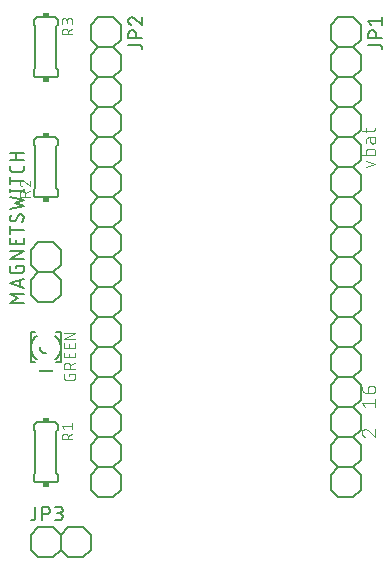
<source format=gbr>
G04 EAGLE Gerber X2 export*
%TF.Part,Single*%
%TF.FileFunction,Legend,Top,1*%
%TF.FilePolarity,Positive*%
%TF.GenerationSoftware,Autodesk,EAGLE,8.7.1*%
%TF.CreationDate,2019-01-27T12:14:56Z*%
G75*
%MOMM*%
%FSLAX34Y34*%
%LPD*%
%AMOC8*
5,1,8,0,0,1.08239X$1,22.5*%
G01*
%ADD10C,0.101600*%
%ADD11C,0.152400*%
%ADD12R,1.270000X0.127000*%
%ADD13C,0.127000*%
%ADD14R,0.508000X0.381000*%


D10*
X906103Y737108D02*
X913892Y739704D01*
X906103Y742301D01*
X902208Y747073D02*
X913892Y747073D01*
X913892Y750318D01*
X913890Y750405D01*
X913884Y750493D01*
X913874Y750579D01*
X913861Y750666D01*
X913843Y750751D01*
X913822Y750836D01*
X913797Y750920D01*
X913768Y751002D01*
X913735Y751083D01*
X913699Y751163D01*
X913660Y751241D01*
X913616Y751317D01*
X913570Y751391D01*
X913520Y751462D01*
X913467Y751532D01*
X913411Y751599D01*
X913352Y751663D01*
X913290Y751725D01*
X913226Y751784D01*
X913159Y751840D01*
X913089Y751893D01*
X913018Y751943D01*
X912944Y751989D01*
X912868Y752033D01*
X912790Y752072D01*
X912710Y752108D01*
X912629Y752141D01*
X912547Y752170D01*
X912463Y752195D01*
X912378Y752216D01*
X912293Y752234D01*
X912206Y752247D01*
X912120Y752257D01*
X912032Y752263D01*
X911945Y752265D01*
X911945Y752266D02*
X908050Y752266D01*
X908050Y752265D02*
X907963Y752263D01*
X907875Y752257D01*
X907789Y752247D01*
X907702Y752234D01*
X907617Y752216D01*
X907532Y752195D01*
X907448Y752170D01*
X907366Y752141D01*
X907285Y752108D01*
X907205Y752072D01*
X907127Y752033D01*
X907051Y751989D01*
X906977Y751943D01*
X906906Y751893D01*
X906836Y751840D01*
X906769Y751784D01*
X906705Y751725D01*
X906643Y751663D01*
X906584Y751599D01*
X906528Y751532D01*
X906475Y751462D01*
X906425Y751391D01*
X906379Y751317D01*
X906335Y751241D01*
X906296Y751163D01*
X906260Y751083D01*
X906227Y751002D01*
X906198Y750920D01*
X906173Y750836D01*
X906152Y750751D01*
X906134Y750666D01*
X906121Y750579D01*
X906111Y750493D01*
X906105Y750405D01*
X906103Y750318D01*
X906103Y747073D01*
X909348Y759133D02*
X909348Y762054D01*
X909348Y759133D02*
X909350Y759039D01*
X909356Y758945D01*
X909365Y758852D01*
X909379Y758759D01*
X909396Y758667D01*
X909418Y758575D01*
X909442Y758485D01*
X909471Y758395D01*
X909503Y758307D01*
X909539Y758220D01*
X909579Y758135D01*
X909622Y758052D01*
X909668Y757970D01*
X909718Y757890D01*
X909771Y757813D01*
X909827Y757738D01*
X909886Y757665D01*
X909948Y757594D01*
X910013Y757526D01*
X910081Y757461D01*
X910152Y757399D01*
X910225Y757340D01*
X910300Y757284D01*
X910377Y757231D01*
X910457Y757181D01*
X910539Y757135D01*
X910622Y757092D01*
X910707Y757052D01*
X910794Y757016D01*
X910882Y756984D01*
X910972Y756955D01*
X911062Y756931D01*
X911154Y756909D01*
X911246Y756892D01*
X911339Y756878D01*
X911432Y756869D01*
X911526Y756863D01*
X911620Y756861D01*
X911714Y756863D01*
X911808Y756869D01*
X911901Y756878D01*
X911994Y756892D01*
X912086Y756909D01*
X912178Y756931D01*
X912268Y756955D01*
X912358Y756984D01*
X912446Y757016D01*
X912533Y757052D01*
X912618Y757092D01*
X912701Y757135D01*
X912783Y757181D01*
X912863Y757231D01*
X912940Y757284D01*
X913015Y757340D01*
X913088Y757399D01*
X913159Y757461D01*
X913227Y757526D01*
X913292Y757594D01*
X913354Y757665D01*
X913413Y757738D01*
X913469Y757813D01*
X913522Y757890D01*
X913572Y757970D01*
X913618Y758052D01*
X913661Y758135D01*
X913701Y758220D01*
X913737Y758307D01*
X913769Y758395D01*
X913798Y758485D01*
X913822Y758575D01*
X913844Y758667D01*
X913861Y758759D01*
X913875Y758852D01*
X913884Y758945D01*
X913890Y759039D01*
X913892Y759133D01*
X913892Y762054D01*
X908050Y762054D01*
X907963Y762052D01*
X907875Y762046D01*
X907789Y762036D01*
X907702Y762023D01*
X907617Y762005D01*
X907532Y761984D01*
X907448Y761959D01*
X907366Y761930D01*
X907285Y761897D01*
X907205Y761861D01*
X907127Y761822D01*
X907051Y761778D01*
X906977Y761732D01*
X906906Y761682D01*
X906836Y761629D01*
X906769Y761573D01*
X906705Y761514D01*
X906643Y761452D01*
X906584Y761388D01*
X906528Y761321D01*
X906475Y761251D01*
X906425Y761180D01*
X906379Y761106D01*
X906335Y761030D01*
X906296Y760952D01*
X906260Y760872D01*
X906227Y760791D01*
X906198Y760709D01*
X906173Y760625D01*
X906152Y760540D01*
X906134Y760455D01*
X906121Y760368D01*
X906111Y760282D01*
X906105Y760194D01*
X906103Y760107D01*
X906103Y757510D01*
X906103Y766240D02*
X906103Y770134D01*
X902208Y767538D02*
X911945Y767538D01*
X912032Y767540D01*
X912120Y767546D01*
X912206Y767556D01*
X912293Y767569D01*
X912378Y767587D01*
X912463Y767608D01*
X912547Y767633D01*
X912629Y767662D01*
X912710Y767695D01*
X912790Y767731D01*
X912868Y767770D01*
X912944Y767814D01*
X913018Y767860D01*
X913089Y767910D01*
X913159Y767963D01*
X913226Y768019D01*
X913290Y768078D01*
X913352Y768140D01*
X913411Y768204D01*
X913467Y768271D01*
X913520Y768341D01*
X913570Y768412D01*
X913616Y768486D01*
X913660Y768562D01*
X913699Y768640D01*
X913735Y768720D01*
X913768Y768801D01*
X913797Y768883D01*
X913822Y768967D01*
X913843Y769052D01*
X913861Y769137D01*
X913874Y769224D01*
X913884Y769310D01*
X913890Y769398D01*
X913892Y769485D01*
X913892Y770134D01*
X902208Y537154D02*
X904804Y533908D01*
X902208Y537154D02*
X913892Y537154D01*
X913892Y540399D02*
X913892Y533908D01*
X907401Y545338D02*
X907401Y549233D01*
X907403Y549332D01*
X907409Y549432D01*
X907418Y549531D01*
X907431Y549629D01*
X907448Y549727D01*
X907469Y549825D01*
X907494Y549921D01*
X907522Y550016D01*
X907554Y550110D01*
X907589Y550203D01*
X907628Y550295D01*
X907671Y550385D01*
X907716Y550473D01*
X907766Y550560D01*
X907818Y550644D01*
X907874Y550727D01*
X907932Y550807D01*
X907994Y550885D01*
X908059Y550960D01*
X908127Y551033D01*
X908197Y551103D01*
X908270Y551171D01*
X908345Y551236D01*
X908423Y551298D01*
X908503Y551356D01*
X908586Y551412D01*
X908670Y551464D01*
X908757Y551514D01*
X908845Y551559D01*
X908935Y551602D01*
X909027Y551641D01*
X909120Y551676D01*
X909214Y551708D01*
X909309Y551736D01*
X909405Y551761D01*
X909503Y551782D01*
X909601Y551799D01*
X909699Y551812D01*
X909798Y551821D01*
X909898Y551827D01*
X909997Y551829D01*
X910646Y551829D01*
X910646Y551830D02*
X910759Y551828D01*
X910872Y551822D01*
X910985Y551812D01*
X911098Y551798D01*
X911210Y551781D01*
X911321Y551759D01*
X911431Y551734D01*
X911541Y551704D01*
X911649Y551671D01*
X911756Y551634D01*
X911862Y551594D01*
X911966Y551549D01*
X912069Y551501D01*
X912170Y551450D01*
X912269Y551395D01*
X912366Y551337D01*
X912461Y551275D01*
X912554Y551210D01*
X912644Y551142D01*
X912732Y551071D01*
X912818Y550996D01*
X912901Y550919D01*
X912981Y550839D01*
X913058Y550756D01*
X913133Y550670D01*
X913204Y550582D01*
X913272Y550492D01*
X913337Y550399D01*
X913399Y550304D01*
X913457Y550207D01*
X913512Y550108D01*
X913563Y550007D01*
X913611Y549904D01*
X913656Y549800D01*
X913696Y549694D01*
X913733Y549587D01*
X913766Y549479D01*
X913796Y549369D01*
X913821Y549259D01*
X913843Y549148D01*
X913860Y549036D01*
X913874Y548923D01*
X913884Y548810D01*
X913890Y548697D01*
X913892Y548584D01*
X913890Y548471D01*
X913884Y548358D01*
X913874Y548245D01*
X913860Y548132D01*
X913843Y548020D01*
X913821Y547909D01*
X913796Y547799D01*
X913766Y547689D01*
X913733Y547581D01*
X913696Y547474D01*
X913656Y547368D01*
X913611Y547264D01*
X913563Y547161D01*
X913512Y547060D01*
X913457Y546961D01*
X913399Y546864D01*
X913337Y546769D01*
X913272Y546676D01*
X913204Y546586D01*
X913133Y546498D01*
X913058Y546412D01*
X912981Y546329D01*
X912901Y546249D01*
X912818Y546172D01*
X912732Y546097D01*
X912644Y546026D01*
X912554Y545958D01*
X912461Y545893D01*
X912366Y545831D01*
X912269Y545773D01*
X912170Y545718D01*
X912069Y545667D01*
X911966Y545619D01*
X911862Y545574D01*
X911756Y545534D01*
X911649Y545497D01*
X911541Y545464D01*
X911431Y545434D01*
X911321Y545409D01*
X911210Y545387D01*
X911098Y545370D01*
X910985Y545356D01*
X910872Y545346D01*
X910759Y545340D01*
X910646Y545338D01*
X907401Y545338D01*
X907258Y545340D01*
X907115Y545346D01*
X906972Y545356D01*
X906830Y545370D01*
X906688Y545387D01*
X906546Y545409D01*
X906405Y545434D01*
X906265Y545464D01*
X906126Y545497D01*
X905988Y545534D01*
X905851Y545575D01*
X905715Y545619D01*
X905580Y545668D01*
X905447Y545720D01*
X905315Y545775D01*
X905185Y545835D01*
X905056Y545898D01*
X904929Y545964D01*
X904805Y546034D01*
X904682Y546107D01*
X904561Y546184D01*
X904442Y546263D01*
X904326Y546347D01*
X904211Y546433D01*
X904100Y546522D01*
X903991Y546615D01*
X903884Y546710D01*
X903780Y546809D01*
X903679Y546910D01*
X903580Y547014D01*
X903485Y547120D01*
X903392Y547230D01*
X903303Y547341D01*
X903217Y547455D01*
X903134Y547572D01*
X903054Y547691D01*
X902977Y547812D01*
X902904Y547934D01*
X902834Y548059D01*
X902768Y548186D01*
X902705Y548315D01*
X902645Y548445D01*
X902590Y548577D01*
X902538Y548710D01*
X902489Y548845D01*
X902445Y548981D01*
X902404Y549118D01*
X902367Y549256D01*
X902334Y549395D01*
X902304Y549535D01*
X902279Y549676D01*
X902257Y549818D01*
X902240Y549960D01*
X902226Y550102D01*
X902216Y550245D01*
X902210Y550388D01*
X902208Y550531D01*
X905129Y514999D02*
X905022Y514997D01*
X904916Y514991D01*
X904810Y514981D01*
X904704Y514968D01*
X904598Y514950D01*
X904494Y514929D01*
X904390Y514904D01*
X904287Y514875D01*
X904186Y514843D01*
X904086Y514806D01*
X903987Y514766D01*
X903889Y514723D01*
X903793Y514676D01*
X903699Y514625D01*
X903607Y514571D01*
X903517Y514514D01*
X903429Y514454D01*
X903344Y514390D01*
X903261Y514323D01*
X903180Y514253D01*
X903102Y514181D01*
X903026Y514105D01*
X902954Y514027D01*
X902884Y513946D01*
X902817Y513863D01*
X902753Y513778D01*
X902693Y513690D01*
X902636Y513600D01*
X902582Y513508D01*
X902531Y513414D01*
X902484Y513318D01*
X902441Y513220D01*
X902401Y513121D01*
X902364Y513021D01*
X902332Y512920D01*
X902303Y512817D01*
X902278Y512713D01*
X902257Y512609D01*
X902239Y512503D01*
X902226Y512397D01*
X902216Y512291D01*
X902210Y512185D01*
X902208Y512078D01*
X902210Y511957D01*
X902216Y511836D01*
X902226Y511716D01*
X902239Y511595D01*
X902257Y511476D01*
X902278Y511356D01*
X902303Y511238D01*
X902332Y511121D01*
X902365Y511004D01*
X902401Y510889D01*
X902442Y510775D01*
X902485Y510662D01*
X902533Y510550D01*
X902584Y510441D01*
X902639Y510333D01*
X902697Y510226D01*
X902758Y510122D01*
X902823Y510020D01*
X902891Y509920D01*
X902962Y509822D01*
X903036Y509726D01*
X903113Y509633D01*
X903194Y509543D01*
X903277Y509455D01*
X903363Y509370D01*
X903452Y509287D01*
X903543Y509208D01*
X903637Y509131D01*
X903733Y509058D01*
X903831Y508988D01*
X903932Y508921D01*
X904035Y508857D01*
X904140Y508797D01*
X904247Y508739D01*
X904355Y508686D01*
X904465Y508636D01*
X904577Y508590D01*
X904690Y508547D01*
X904805Y508508D01*
X907401Y514025D02*
X907323Y514104D01*
X907243Y514180D01*
X907160Y514253D01*
X907074Y514323D01*
X906987Y514390D01*
X906896Y514454D01*
X906804Y514514D01*
X906710Y514572D01*
X906613Y514626D01*
X906515Y514676D01*
X906415Y514723D01*
X906314Y514767D01*
X906211Y514807D01*
X906106Y514843D01*
X906001Y514875D01*
X905894Y514904D01*
X905787Y514929D01*
X905678Y514951D01*
X905569Y514968D01*
X905460Y514982D01*
X905350Y514991D01*
X905239Y514997D01*
X905129Y514999D01*
X907401Y514025D02*
X913892Y508508D01*
X913892Y514999D01*
D11*
X622300Y584200D02*
X622300Y596900D01*
X622300Y584200D02*
X622300Y571500D01*
X647700Y571500D02*
X647700Y584200D01*
X647700Y596900D01*
X626110Y571500D02*
X622300Y571500D01*
X643890Y571500D02*
X647700Y571500D01*
X647700Y596900D02*
X643890Y596900D01*
X626110Y596900D02*
X622300Y596900D01*
X647700Y584200D02*
X647696Y583893D01*
X647685Y583585D01*
X647667Y583278D01*
X647640Y582972D01*
X647607Y582666D01*
X647566Y582361D01*
X647518Y582058D01*
X647462Y581755D01*
X647400Y581454D01*
X647329Y581155D01*
X647252Y580857D01*
X647168Y580561D01*
X647076Y580268D01*
X646977Y579976D01*
X646871Y579688D01*
X646759Y579402D01*
X646639Y579118D01*
X646512Y578838D01*
X646379Y578561D01*
X646239Y578287D01*
X646093Y578016D01*
X645940Y577750D01*
X645780Y577487D01*
X645615Y577227D01*
X645443Y576972D01*
X645265Y576722D01*
X645081Y576475D01*
X644891Y576233D01*
X644695Y575996D01*
X644493Y575764D01*
X644286Y575537D01*
X644074Y575314D01*
X643856Y575097D01*
X643633Y574885D01*
X643405Y574679D01*
X643172Y574478D01*
X642934Y574283D01*
X647700Y584200D02*
X647696Y584507D01*
X647685Y584815D01*
X647667Y585122D01*
X647640Y585428D01*
X647607Y585734D01*
X647566Y586039D01*
X647518Y586342D01*
X647462Y586645D01*
X647400Y586946D01*
X647329Y587245D01*
X647252Y587543D01*
X647168Y587839D01*
X647076Y588132D01*
X646977Y588424D01*
X646871Y588712D01*
X646759Y588998D01*
X646639Y589282D01*
X646512Y589562D01*
X646379Y589839D01*
X646239Y590113D01*
X646093Y590384D01*
X645940Y590650D01*
X645780Y590913D01*
X645615Y591173D01*
X645443Y591428D01*
X645265Y591678D01*
X645081Y591925D01*
X644891Y592167D01*
X644695Y592404D01*
X644493Y592636D01*
X644286Y592863D01*
X644074Y593086D01*
X643856Y593303D01*
X643633Y593515D01*
X643405Y593721D01*
X643172Y593922D01*
X642934Y594117D01*
X622300Y584200D02*
X622304Y583893D01*
X622315Y583585D01*
X622333Y583278D01*
X622360Y582972D01*
X622393Y582666D01*
X622434Y582361D01*
X622482Y582058D01*
X622538Y581755D01*
X622600Y581454D01*
X622671Y581155D01*
X622748Y580857D01*
X622832Y580561D01*
X622924Y580268D01*
X623023Y579976D01*
X623129Y579688D01*
X623241Y579402D01*
X623361Y579118D01*
X623488Y578838D01*
X623621Y578561D01*
X623761Y578287D01*
X623907Y578016D01*
X624060Y577750D01*
X624220Y577487D01*
X624385Y577227D01*
X624557Y576972D01*
X624735Y576722D01*
X624919Y576475D01*
X625109Y576233D01*
X625305Y575996D01*
X625507Y575764D01*
X625714Y575537D01*
X625926Y575314D01*
X626144Y575097D01*
X626367Y574885D01*
X626595Y574679D01*
X626828Y574478D01*
X627066Y574283D01*
X622300Y584200D02*
X622304Y584507D01*
X622315Y584815D01*
X622333Y585122D01*
X622360Y585428D01*
X622393Y585734D01*
X622434Y586039D01*
X622482Y586342D01*
X622538Y586645D01*
X622600Y586946D01*
X622671Y587245D01*
X622748Y587543D01*
X622832Y587839D01*
X622924Y588132D01*
X623023Y588424D01*
X623129Y588712D01*
X623241Y588998D01*
X623361Y589282D01*
X623488Y589562D01*
X623621Y589839D01*
X623761Y590113D01*
X623907Y590384D01*
X624060Y590650D01*
X624220Y590913D01*
X624385Y591173D01*
X624557Y591428D01*
X624735Y591678D01*
X624919Y591925D01*
X625109Y592167D01*
X625305Y592404D01*
X625507Y592636D01*
X625714Y592863D01*
X625926Y593086D01*
X626144Y593303D01*
X626367Y593515D01*
X626595Y593721D01*
X626828Y593922D01*
X627066Y594117D01*
X629920Y584200D02*
X629922Y584060D01*
X629928Y583920D01*
X629937Y583780D01*
X629951Y583641D01*
X629968Y583502D01*
X629989Y583364D01*
X630014Y583226D01*
X630043Y583089D01*
X630075Y582953D01*
X630112Y582818D01*
X630152Y582684D01*
X630195Y582551D01*
X630243Y582419D01*
X630293Y582288D01*
X630348Y582159D01*
X630406Y582032D01*
X630467Y581906D01*
X630532Y581782D01*
X630601Y581660D01*
X630672Y581540D01*
X630747Y581422D01*
X630825Y581305D01*
X630907Y581191D01*
X630991Y581080D01*
X631079Y580971D01*
X631169Y580864D01*
X631263Y580759D01*
X631359Y580658D01*
X631458Y580559D01*
X631559Y580463D01*
X631664Y580369D01*
X631771Y580279D01*
X631880Y580191D01*
X631991Y580107D01*
X632105Y580025D01*
X632222Y579947D01*
X632340Y579872D01*
X632460Y579801D01*
X632582Y579732D01*
X632706Y579667D01*
X632832Y579606D01*
X632959Y579548D01*
X633088Y579493D01*
X633219Y579443D01*
X633351Y579395D01*
X633484Y579352D01*
X633618Y579312D01*
X633753Y579275D01*
X633889Y579243D01*
X634026Y579214D01*
X634164Y579189D01*
X634302Y579168D01*
X634441Y579151D01*
X634580Y579137D01*
X634720Y579128D01*
X634860Y579122D01*
X635000Y579120D01*
D12*
X635000Y564515D03*
D10*
X654304Y561594D02*
X654304Y560070D01*
X654304Y561594D02*
X659384Y561594D01*
X659384Y558546D01*
X659382Y558457D01*
X659376Y558369D01*
X659367Y558281D01*
X659353Y558193D01*
X659336Y558106D01*
X659315Y558020D01*
X659290Y557935D01*
X659261Y557851D01*
X659229Y557768D01*
X659194Y557687D01*
X659154Y557608D01*
X659112Y557530D01*
X659066Y557454D01*
X659017Y557380D01*
X658964Y557309D01*
X658909Y557240D01*
X658850Y557173D01*
X658789Y557109D01*
X658725Y557048D01*
X658658Y556989D01*
X658589Y556934D01*
X658518Y556881D01*
X658444Y556832D01*
X658368Y556786D01*
X658290Y556744D01*
X658211Y556704D01*
X658130Y556669D01*
X658047Y556637D01*
X657963Y556608D01*
X657878Y556583D01*
X657792Y556562D01*
X657705Y556545D01*
X657617Y556531D01*
X657529Y556522D01*
X657441Y556516D01*
X657352Y556514D01*
X652272Y556514D01*
X652183Y556516D01*
X652095Y556522D01*
X652007Y556531D01*
X651919Y556545D01*
X651832Y556562D01*
X651746Y556583D01*
X651661Y556608D01*
X651577Y556637D01*
X651494Y556669D01*
X651413Y556704D01*
X651334Y556744D01*
X651256Y556786D01*
X651180Y556832D01*
X651106Y556881D01*
X651035Y556934D01*
X650966Y556989D01*
X650899Y557048D01*
X650835Y557109D01*
X650774Y557173D01*
X650715Y557240D01*
X650660Y557309D01*
X650607Y557380D01*
X650558Y557454D01*
X650512Y557530D01*
X650470Y557608D01*
X650430Y557687D01*
X650395Y557768D01*
X650363Y557851D01*
X650334Y557935D01*
X650309Y558020D01*
X650288Y558106D01*
X650271Y558193D01*
X650257Y558281D01*
X650248Y558369D01*
X650242Y558457D01*
X650240Y558546D01*
X650240Y561594D01*
X650240Y566334D02*
X659384Y566334D01*
X650240Y566334D02*
X650240Y568874D01*
X650242Y568974D01*
X650248Y569073D01*
X650258Y569173D01*
X650271Y569271D01*
X650289Y569370D01*
X650310Y569467D01*
X650335Y569563D01*
X650364Y569659D01*
X650397Y569753D01*
X650433Y569846D01*
X650473Y569937D01*
X650517Y570027D01*
X650564Y570115D01*
X650614Y570201D01*
X650668Y570285D01*
X650725Y570367D01*
X650785Y570446D01*
X650849Y570524D01*
X650915Y570598D01*
X650984Y570670D01*
X651056Y570739D01*
X651130Y570805D01*
X651208Y570869D01*
X651287Y570929D01*
X651369Y570986D01*
X651453Y571040D01*
X651539Y571090D01*
X651627Y571137D01*
X651717Y571181D01*
X651808Y571221D01*
X651901Y571257D01*
X651995Y571290D01*
X652091Y571319D01*
X652187Y571344D01*
X652284Y571365D01*
X652383Y571383D01*
X652481Y571396D01*
X652581Y571406D01*
X652680Y571412D01*
X652780Y571414D01*
X652880Y571412D01*
X652979Y571406D01*
X653079Y571396D01*
X653177Y571383D01*
X653276Y571365D01*
X653373Y571344D01*
X653469Y571319D01*
X653565Y571290D01*
X653659Y571257D01*
X653752Y571221D01*
X653843Y571181D01*
X653933Y571137D01*
X654021Y571090D01*
X654107Y571040D01*
X654191Y570986D01*
X654273Y570929D01*
X654352Y570869D01*
X654430Y570805D01*
X654504Y570739D01*
X654576Y570670D01*
X654645Y570598D01*
X654711Y570524D01*
X654775Y570446D01*
X654835Y570367D01*
X654892Y570285D01*
X654946Y570201D01*
X654996Y570115D01*
X655043Y570027D01*
X655087Y569937D01*
X655127Y569846D01*
X655163Y569753D01*
X655196Y569659D01*
X655225Y569563D01*
X655250Y569467D01*
X655271Y569370D01*
X655289Y569271D01*
X655302Y569173D01*
X655312Y569073D01*
X655318Y568974D01*
X655320Y568874D01*
X655320Y566334D01*
X655320Y569382D02*
X659384Y571414D01*
X659384Y575737D02*
X659384Y579801D01*
X659384Y575737D02*
X650240Y575737D01*
X650240Y579801D01*
X654304Y578785D02*
X654304Y575737D01*
X659384Y583662D02*
X659384Y587726D01*
X659384Y583662D02*
X650240Y583662D01*
X650240Y587726D01*
X654304Y586710D02*
X654304Y583662D01*
X650240Y591566D02*
X659384Y591566D01*
X659384Y596646D02*
X650240Y591566D01*
X650240Y596646D02*
X659384Y596646D01*
D11*
X895350Y508000D02*
X901700Y501650D01*
X901700Y488950D01*
X895350Y482600D01*
X882650Y482600D01*
X876300Y488950D01*
X876300Y501650D01*
X882650Y508000D01*
X901700Y539750D02*
X901700Y552450D01*
X901700Y539750D02*
X895350Y533400D01*
X882650Y533400D01*
X876300Y539750D01*
X895350Y533400D02*
X901700Y527050D01*
X901700Y514350D01*
X895350Y508000D01*
X882650Y508000D01*
X876300Y514350D01*
X876300Y527050D01*
X882650Y533400D01*
X901700Y577850D02*
X895350Y584200D01*
X901700Y577850D02*
X901700Y565150D01*
X895350Y558800D01*
X882650Y558800D01*
X876300Y565150D01*
X876300Y577850D01*
X882650Y584200D01*
X895350Y558800D02*
X901700Y552450D01*
X882650Y558800D02*
X876300Y552450D01*
X876300Y539750D01*
X901700Y615950D02*
X901700Y628650D01*
X901700Y615950D02*
X895350Y609600D01*
X882650Y609600D01*
X876300Y615950D01*
X895350Y609600D02*
X901700Y603250D01*
X901700Y590550D01*
X895350Y584200D01*
X882650Y584200D01*
X876300Y590550D01*
X876300Y603250D01*
X882650Y609600D01*
X901700Y654050D02*
X895350Y660400D01*
X901700Y654050D02*
X901700Y641350D01*
X895350Y635000D01*
X882650Y635000D01*
X876300Y641350D01*
X876300Y654050D01*
X882650Y660400D01*
X895350Y635000D02*
X901700Y628650D01*
X882650Y635000D02*
X876300Y628650D01*
X876300Y615950D01*
X901700Y692150D02*
X901700Y704850D01*
X901700Y692150D02*
X895350Y685800D01*
X882650Y685800D01*
X876300Y692150D01*
X895350Y685800D02*
X901700Y679450D01*
X901700Y666750D01*
X895350Y660400D01*
X882650Y660400D01*
X876300Y666750D01*
X876300Y679450D01*
X882650Y685800D01*
X901700Y730250D02*
X895350Y736600D01*
X901700Y730250D02*
X901700Y717550D01*
X895350Y711200D01*
X882650Y711200D01*
X876300Y717550D01*
X876300Y730250D01*
X882650Y736600D01*
X895350Y711200D02*
X901700Y704850D01*
X882650Y711200D02*
X876300Y704850D01*
X876300Y692150D01*
X901700Y768350D02*
X901700Y781050D01*
X901700Y768350D02*
X895350Y762000D01*
X882650Y762000D01*
X876300Y768350D01*
X895350Y762000D02*
X901700Y755650D01*
X901700Y742950D01*
X895350Y736600D01*
X882650Y736600D01*
X876300Y742950D01*
X876300Y755650D01*
X882650Y762000D01*
X901700Y806450D02*
X895350Y812800D01*
X901700Y806450D02*
X901700Y793750D01*
X895350Y787400D01*
X882650Y787400D01*
X876300Y793750D01*
X876300Y806450D01*
X882650Y812800D01*
X895350Y787400D02*
X901700Y781050D01*
X882650Y787400D02*
X876300Y781050D01*
X876300Y768350D01*
X901700Y844550D02*
X901700Y857250D01*
X901700Y844550D02*
X895350Y838200D01*
X882650Y838200D01*
X876300Y844550D01*
X895350Y838200D02*
X901700Y831850D01*
X901700Y819150D01*
X895350Y812800D01*
X882650Y812800D01*
X876300Y819150D01*
X876300Y831850D01*
X882650Y838200D01*
X882650Y863600D02*
X895350Y863600D01*
X901700Y857250D01*
X882650Y863600D02*
X876300Y857250D01*
X876300Y844550D01*
X895350Y482600D02*
X901700Y476250D01*
X901700Y463550D01*
X895350Y457200D01*
X882650Y457200D01*
X876300Y463550D01*
X876300Y476250D01*
X882650Y482600D01*
D13*
X907923Y840538D02*
X916813Y840538D01*
X916913Y840536D01*
X917012Y840530D01*
X917112Y840520D01*
X917210Y840507D01*
X917309Y840489D01*
X917406Y840468D01*
X917502Y840443D01*
X917598Y840414D01*
X917692Y840381D01*
X917785Y840345D01*
X917876Y840305D01*
X917966Y840261D01*
X918054Y840214D01*
X918140Y840164D01*
X918224Y840110D01*
X918306Y840053D01*
X918385Y839993D01*
X918463Y839929D01*
X918537Y839863D01*
X918609Y839794D01*
X918678Y839722D01*
X918744Y839648D01*
X918808Y839570D01*
X918868Y839491D01*
X918925Y839409D01*
X918979Y839325D01*
X919029Y839239D01*
X919076Y839151D01*
X919120Y839061D01*
X919160Y838970D01*
X919196Y838877D01*
X919229Y838783D01*
X919258Y838687D01*
X919283Y838591D01*
X919304Y838494D01*
X919322Y838395D01*
X919335Y838297D01*
X919345Y838197D01*
X919351Y838098D01*
X919353Y837998D01*
X919353Y836728D01*
X919353Y846519D02*
X907923Y846519D01*
X907923Y849694D01*
X907925Y849805D01*
X907931Y849915D01*
X907940Y850026D01*
X907954Y850136D01*
X907971Y850245D01*
X907992Y850354D01*
X908017Y850462D01*
X908046Y850569D01*
X908078Y850675D01*
X908114Y850780D01*
X908154Y850883D01*
X908197Y850985D01*
X908244Y851086D01*
X908295Y851185D01*
X908348Y851282D01*
X908405Y851376D01*
X908466Y851469D01*
X908529Y851560D01*
X908596Y851649D01*
X908666Y851735D01*
X908739Y851818D01*
X908814Y851900D01*
X908892Y851978D01*
X908974Y852053D01*
X909057Y852126D01*
X909143Y852196D01*
X909232Y852263D01*
X909323Y852326D01*
X909416Y852387D01*
X909511Y852444D01*
X909607Y852497D01*
X909706Y852548D01*
X909807Y852595D01*
X909909Y852638D01*
X910012Y852678D01*
X910117Y852714D01*
X910223Y852746D01*
X910330Y852775D01*
X910438Y852800D01*
X910547Y852821D01*
X910656Y852838D01*
X910766Y852852D01*
X910877Y852861D01*
X910987Y852867D01*
X911098Y852869D01*
X911209Y852867D01*
X911319Y852861D01*
X911430Y852852D01*
X911540Y852838D01*
X911649Y852821D01*
X911758Y852800D01*
X911866Y852775D01*
X911973Y852746D01*
X912079Y852714D01*
X912184Y852678D01*
X912287Y852638D01*
X912389Y852595D01*
X912490Y852548D01*
X912589Y852497D01*
X912686Y852444D01*
X912780Y852387D01*
X912873Y852326D01*
X912964Y852263D01*
X913053Y852196D01*
X913139Y852126D01*
X913222Y852053D01*
X913304Y851978D01*
X913382Y851900D01*
X913457Y851818D01*
X913530Y851735D01*
X913600Y851649D01*
X913667Y851560D01*
X913730Y851469D01*
X913791Y851376D01*
X913848Y851282D01*
X913901Y851185D01*
X913952Y851086D01*
X913999Y850985D01*
X914042Y850883D01*
X914082Y850780D01*
X914118Y850675D01*
X914150Y850569D01*
X914179Y850462D01*
X914204Y850354D01*
X914225Y850245D01*
X914242Y850136D01*
X914256Y850026D01*
X914265Y849915D01*
X914271Y849805D01*
X914273Y849694D01*
X914273Y846519D01*
X910463Y857377D02*
X907923Y860552D01*
X919353Y860552D01*
X919353Y857377D02*
X919353Y863727D01*
D11*
X692150Y508000D02*
X698500Y501650D01*
X698500Y488950D01*
X692150Y482600D01*
X679450Y482600D01*
X673100Y488950D01*
X673100Y501650D01*
X679450Y508000D01*
X698500Y539750D02*
X698500Y552450D01*
X698500Y539750D02*
X692150Y533400D01*
X679450Y533400D01*
X673100Y539750D01*
X692150Y533400D02*
X698500Y527050D01*
X698500Y514350D01*
X692150Y508000D01*
X679450Y508000D01*
X673100Y514350D01*
X673100Y527050D01*
X679450Y533400D01*
X698500Y577850D02*
X692150Y584200D01*
X698500Y577850D02*
X698500Y565150D01*
X692150Y558800D01*
X679450Y558800D01*
X673100Y565150D01*
X673100Y577850D01*
X679450Y584200D01*
X692150Y558800D02*
X698500Y552450D01*
X679450Y558800D02*
X673100Y552450D01*
X673100Y539750D01*
X698500Y615950D02*
X698500Y628650D01*
X698500Y615950D02*
X692150Y609600D01*
X679450Y609600D01*
X673100Y615950D01*
X692150Y609600D02*
X698500Y603250D01*
X698500Y590550D01*
X692150Y584200D01*
X679450Y584200D01*
X673100Y590550D01*
X673100Y603250D01*
X679450Y609600D01*
X698500Y654050D02*
X692150Y660400D01*
X698500Y654050D02*
X698500Y641350D01*
X692150Y635000D01*
X679450Y635000D01*
X673100Y641350D01*
X673100Y654050D01*
X679450Y660400D01*
X692150Y635000D02*
X698500Y628650D01*
X679450Y635000D02*
X673100Y628650D01*
X673100Y615950D01*
X698500Y692150D02*
X698500Y704850D01*
X698500Y692150D02*
X692150Y685800D01*
X679450Y685800D01*
X673100Y692150D01*
X692150Y685800D02*
X698500Y679450D01*
X698500Y666750D01*
X692150Y660400D01*
X679450Y660400D01*
X673100Y666750D01*
X673100Y679450D01*
X679450Y685800D01*
X698500Y730250D02*
X692150Y736600D01*
X698500Y730250D02*
X698500Y717550D01*
X692150Y711200D01*
X679450Y711200D01*
X673100Y717550D01*
X673100Y730250D01*
X679450Y736600D01*
X692150Y711200D02*
X698500Y704850D01*
X679450Y711200D02*
X673100Y704850D01*
X673100Y692150D01*
X698500Y768350D02*
X698500Y781050D01*
X698500Y768350D02*
X692150Y762000D01*
X679450Y762000D01*
X673100Y768350D01*
X692150Y762000D02*
X698500Y755650D01*
X698500Y742950D01*
X692150Y736600D01*
X679450Y736600D01*
X673100Y742950D01*
X673100Y755650D01*
X679450Y762000D01*
X698500Y806450D02*
X692150Y812800D01*
X698500Y806450D02*
X698500Y793750D01*
X692150Y787400D01*
X679450Y787400D01*
X673100Y793750D01*
X673100Y806450D01*
X679450Y812800D01*
X692150Y787400D02*
X698500Y781050D01*
X679450Y787400D02*
X673100Y781050D01*
X673100Y768350D01*
X698500Y844550D02*
X698500Y857250D01*
X698500Y844550D02*
X692150Y838200D01*
X679450Y838200D01*
X673100Y844550D01*
X692150Y838200D02*
X698500Y831850D01*
X698500Y819150D01*
X692150Y812800D01*
X679450Y812800D01*
X673100Y819150D01*
X673100Y831850D01*
X679450Y838200D01*
X679450Y863600D02*
X692150Y863600D01*
X698500Y857250D01*
X679450Y863600D02*
X673100Y857250D01*
X673100Y844550D01*
X692150Y482600D02*
X698500Y476250D01*
X698500Y463550D01*
X692150Y457200D01*
X679450Y457200D01*
X673100Y463550D01*
X673100Y476250D01*
X679450Y482600D01*
D13*
X704723Y840538D02*
X713613Y840538D01*
X713713Y840536D01*
X713812Y840530D01*
X713912Y840520D01*
X714010Y840507D01*
X714109Y840489D01*
X714206Y840468D01*
X714302Y840443D01*
X714398Y840414D01*
X714492Y840381D01*
X714585Y840345D01*
X714676Y840305D01*
X714766Y840261D01*
X714854Y840214D01*
X714940Y840164D01*
X715024Y840110D01*
X715106Y840053D01*
X715185Y839993D01*
X715263Y839929D01*
X715337Y839863D01*
X715409Y839794D01*
X715478Y839722D01*
X715544Y839648D01*
X715608Y839570D01*
X715668Y839491D01*
X715725Y839409D01*
X715779Y839325D01*
X715829Y839239D01*
X715876Y839151D01*
X715920Y839061D01*
X715960Y838970D01*
X715996Y838877D01*
X716029Y838783D01*
X716058Y838687D01*
X716083Y838591D01*
X716104Y838494D01*
X716122Y838395D01*
X716135Y838297D01*
X716145Y838197D01*
X716151Y838098D01*
X716153Y837998D01*
X716153Y836728D01*
X716153Y846519D02*
X704723Y846519D01*
X704723Y849694D01*
X704725Y849805D01*
X704731Y849915D01*
X704740Y850026D01*
X704754Y850136D01*
X704771Y850245D01*
X704792Y850354D01*
X704817Y850462D01*
X704846Y850569D01*
X704878Y850675D01*
X704914Y850780D01*
X704954Y850883D01*
X704997Y850985D01*
X705044Y851086D01*
X705095Y851185D01*
X705148Y851282D01*
X705205Y851376D01*
X705266Y851469D01*
X705329Y851560D01*
X705396Y851649D01*
X705466Y851735D01*
X705539Y851818D01*
X705614Y851900D01*
X705692Y851978D01*
X705774Y852053D01*
X705857Y852126D01*
X705943Y852196D01*
X706032Y852263D01*
X706123Y852326D01*
X706216Y852387D01*
X706311Y852444D01*
X706407Y852497D01*
X706506Y852548D01*
X706607Y852595D01*
X706709Y852638D01*
X706812Y852678D01*
X706917Y852714D01*
X707023Y852746D01*
X707130Y852775D01*
X707238Y852800D01*
X707347Y852821D01*
X707456Y852838D01*
X707566Y852852D01*
X707677Y852861D01*
X707787Y852867D01*
X707898Y852869D01*
X708009Y852867D01*
X708119Y852861D01*
X708230Y852852D01*
X708340Y852838D01*
X708449Y852821D01*
X708558Y852800D01*
X708666Y852775D01*
X708773Y852746D01*
X708879Y852714D01*
X708984Y852678D01*
X709087Y852638D01*
X709189Y852595D01*
X709290Y852548D01*
X709389Y852497D01*
X709486Y852444D01*
X709580Y852387D01*
X709673Y852326D01*
X709764Y852263D01*
X709853Y852196D01*
X709939Y852126D01*
X710022Y852053D01*
X710104Y851978D01*
X710182Y851900D01*
X710257Y851818D01*
X710330Y851735D01*
X710400Y851649D01*
X710467Y851560D01*
X710530Y851469D01*
X710591Y851376D01*
X710648Y851282D01*
X710701Y851185D01*
X710752Y851086D01*
X710799Y850985D01*
X710842Y850883D01*
X710882Y850780D01*
X710918Y850675D01*
X710950Y850569D01*
X710979Y850462D01*
X711004Y850354D01*
X711025Y850245D01*
X711042Y850136D01*
X711056Y850026D01*
X711065Y849915D01*
X711071Y849805D01*
X711073Y849694D01*
X711073Y846519D01*
X704723Y860870D02*
X704725Y860974D01*
X704731Y861079D01*
X704740Y861183D01*
X704753Y861286D01*
X704771Y861389D01*
X704791Y861491D01*
X704816Y861593D01*
X704844Y861693D01*
X704876Y861793D01*
X704912Y861891D01*
X704951Y861988D01*
X704993Y862083D01*
X705039Y862177D01*
X705089Y862269D01*
X705141Y862359D01*
X705197Y862447D01*
X705257Y862533D01*
X705319Y862617D01*
X705384Y862698D01*
X705452Y862777D01*
X705524Y862854D01*
X705597Y862927D01*
X705674Y862999D01*
X705753Y863067D01*
X705834Y863132D01*
X705918Y863194D01*
X706004Y863254D01*
X706092Y863310D01*
X706182Y863362D01*
X706274Y863412D01*
X706368Y863458D01*
X706463Y863500D01*
X706560Y863539D01*
X706658Y863575D01*
X706758Y863607D01*
X706858Y863635D01*
X706960Y863660D01*
X707062Y863680D01*
X707165Y863698D01*
X707268Y863711D01*
X707372Y863720D01*
X707477Y863726D01*
X707581Y863728D01*
X704723Y860870D02*
X704725Y860752D01*
X704731Y860633D01*
X704740Y860515D01*
X704753Y860398D01*
X704771Y860281D01*
X704791Y860164D01*
X704816Y860048D01*
X704844Y859933D01*
X704877Y859820D01*
X704912Y859707D01*
X704952Y859595D01*
X704994Y859485D01*
X705041Y859376D01*
X705091Y859268D01*
X705144Y859163D01*
X705201Y859059D01*
X705261Y858957D01*
X705324Y858857D01*
X705391Y858759D01*
X705460Y858663D01*
X705533Y858570D01*
X705609Y858479D01*
X705687Y858390D01*
X705769Y858304D01*
X705853Y858221D01*
X705939Y858140D01*
X706029Y858063D01*
X706120Y857988D01*
X706214Y857916D01*
X706311Y857847D01*
X706409Y857782D01*
X706510Y857719D01*
X706613Y857660D01*
X706717Y857604D01*
X706823Y857552D01*
X706931Y857503D01*
X707040Y857458D01*
X707151Y857416D01*
X707263Y857378D01*
X709803Y862775D02*
X709728Y862851D01*
X709649Y862926D01*
X709568Y862997D01*
X709484Y863066D01*
X709398Y863131D01*
X709310Y863193D01*
X709220Y863253D01*
X709128Y863309D01*
X709033Y863362D01*
X708937Y863411D01*
X708839Y863457D01*
X708740Y863500D01*
X708639Y863539D01*
X708537Y863574D01*
X708434Y863606D01*
X708330Y863634D01*
X708225Y863659D01*
X708118Y863680D01*
X708012Y863697D01*
X707905Y863710D01*
X707797Y863719D01*
X707689Y863725D01*
X707581Y863727D01*
X709803Y862775D02*
X716153Y857377D01*
X716153Y863727D01*
D11*
X622300Y641350D02*
X622300Y628650D01*
X622300Y641350D02*
X628650Y647700D01*
X641350Y647700D01*
X647700Y641350D01*
X641350Y622300D02*
X628650Y622300D01*
X622300Y628650D01*
X641350Y622300D02*
X647700Y628650D01*
X647700Y641350D01*
X628650Y647700D02*
X622300Y654050D01*
X622300Y666750D01*
X628650Y673100D01*
X641350Y673100D01*
X647700Y666750D01*
X647700Y654050D01*
X641350Y647700D01*
D13*
X616077Y622173D02*
X604647Y622173D01*
X610997Y625983D01*
X604647Y629793D01*
X616077Y629793D01*
X616077Y634746D02*
X604647Y638556D01*
X616077Y642366D01*
X613220Y641414D02*
X613220Y635699D01*
X609727Y651637D02*
X609727Y653542D01*
X616077Y653542D01*
X616077Y649732D01*
X616075Y649632D01*
X616069Y649533D01*
X616059Y649433D01*
X616046Y649335D01*
X616028Y649236D01*
X616007Y649139D01*
X615982Y649043D01*
X615953Y648947D01*
X615920Y648853D01*
X615884Y648760D01*
X615844Y648669D01*
X615800Y648579D01*
X615753Y648491D01*
X615703Y648405D01*
X615649Y648321D01*
X615592Y648239D01*
X615532Y648160D01*
X615468Y648082D01*
X615402Y648008D01*
X615333Y647936D01*
X615261Y647867D01*
X615187Y647801D01*
X615109Y647737D01*
X615030Y647677D01*
X614948Y647620D01*
X614864Y647566D01*
X614778Y647516D01*
X614690Y647469D01*
X614600Y647425D01*
X614509Y647385D01*
X614416Y647349D01*
X614322Y647316D01*
X614226Y647287D01*
X614130Y647262D01*
X614033Y647241D01*
X613934Y647223D01*
X613836Y647210D01*
X613736Y647200D01*
X613637Y647194D01*
X613537Y647192D01*
X607187Y647192D01*
X607087Y647194D01*
X606988Y647200D01*
X606888Y647210D01*
X606790Y647223D01*
X606691Y647241D01*
X606594Y647262D01*
X606498Y647287D01*
X606402Y647316D01*
X606308Y647349D01*
X606215Y647385D01*
X606124Y647425D01*
X606034Y647469D01*
X605946Y647516D01*
X605860Y647566D01*
X605776Y647620D01*
X605694Y647677D01*
X605615Y647737D01*
X605537Y647801D01*
X605463Y647867D01*
X605391Y647936D01*
X605322Y648008D01*
X605256Y648082D01*
X605192Y648160D01*
X605132Y648239D01*
X605075Y648321D01*
X605021Y648405D01*
X604971Y648491D01*
X604924Y648579D01*
X604880Y648669D01*
X604840Y648760D01*
X604804Y648853D01*
X604771Y648947D01*
X604742Y649043D01*
X604717Y649139D01*
X604696Y649236D01*
X604678Y649335D01*
X604665Y649433D01*
X604655Y649533D01*
X604649Y649632D01*
X604647Y649732D01*
X604647Y653542D01*
X604647Y659384D02*
X616077Y659384D01*
X616077Y665734D02*
X604647Y659384D01*
X604647Y665734D02*
X616077Y665734D01*
X616077Y671601D02*
X616077Y676681D01*
X616077Y671601D02*
X604647Y671601D01*
X604647Y676681D01*
X609727Y675411D02*
X609727Y671601D01*
X604647Y683514D02*
X616077Y683514D01*
X604647Y680339D02*
X604647Y686689D01*
X613537Y696976D02*
X613637Y696974D01*
X613736Y696968D01*
X613836Y696958D01*
X613934Y696945D01*
X614033Y696927D01*
X614130Y696906D01*
X614226Y696881D01*
X614322Y696852D01*
X614416Y696819D01*
X614509Y696783D01*
X614600Y696743D01*
X614690Y696699D01*
X614778Y696652D01*
X614864Y696602D01*
X614948Y696548D01*
X615030Y696491D01*
X615109Y696431D01*
X615187Y696367D01*
X615261Y696301D01*
X615333Y696232D01*
X615402Y696160D01*
X615468Y696086D01*
X615532Y696008D01*
X615592Y695929D01*
X615649Y695847D01*
X615703Y695763D01*
X615753Y695677D01*
X615800Y695589D01*
X615844Y695499D01*
X615884Y695408D01*
X615920Y695315D01*
X615953Y695221D01*
X615982Y695125D01*
X616007Y695029D01*
X616028Y694932D01*
X616046Y694833D01*
X616059Y694735D01*
X616069Y694635D01*
X616075Y694536D01*
X616077Y694436D01*
X616075Y694295D01*
X616070Y694154D01*
X616060Y694013D01*
X616047Y693872D01*
X616031Y693732D01*
X616010Y693592D01*
X615986Y693453D01*
X615958Y693314D01*
X615927Y693177D01*
X615892Y693040D01*
X615854Y692904D01*
X615812Y692769D01*
X615766Y692636D01*
X615717Y692503D01*
X615664Y692372D01*
X615608Y692243D01*
X615549Y692114D01*
X615486Y691988D01*
X615420Y691863D01*
X615351Y691740D01*
X615278Y691619D01*
X615202Y691500D01*
X615123Y691382D01*
X615042Y691267D01*
X614957Y691155D01*
X614869Y691044D01*
X614778Y690936D01*
X614685Y690830D01*
X614588Y690727D01*
X614489Y690626D01*
X607187Y690943D02*
X607087Y690945D01*
X606988Y690951D01*
X606888Y690961D01*
X606790Y690974D01*
X606691Y690992D01*
X606594Y691013D01*
X606498Y691038D01*
X606402Y691067D01*
X606308Y691100D01*
X606215Y691136D01*
X606124Y691176D01*
X606034Y691220D01*
X605946Y691267D01*
X605860Y691317D01*
X605776Y691371D01*
X605694Y691428D01*
X605615Y691488D01*
X605537Y691552D01*
X605463Y691618D01*
X605391Y691687D01*
X605322Y691759D01*
X605256Y691833D01*
X605192Y691911D01*
X605132Y691990D01*
X605075Y692072D01*
X605021Y692156D01*
X604971Y692242D01*
X604924Y692330D01*
X604880Y692420D01*
X604840Y692511D01*
X604804Y692604D01*
X604771Y692698D01*
X604742Y692794D01*
X604717Y692890D01*
X604696Y692987D01*
X604678Y693086D01*
X604665Y693184D01*
X604655Y693284D01*
X604649Y693383D01*
X604647Y693483D01*
X604649Y693616D01*
X604654Y693749D01*
X604664Y693882D01*
X604677Y694015D01*
X604694Y694147D01*
X604714Y694279D01*
X604738Y694410D01*
X604766Y694540D01*
X604797Y694670D01*
X604832Y694798D01*
X604871Y694926D01*
X604913Y695052D01*
X604959Y695177D01*
X605008Y695301D01*
X605060Y695424D01*
X605116Y695545D01*
X605176Y695664D01*
X605238Y695782D01*
X605304Y695897D01*
X605373Y696011D01*
X605446Y696123D01*
X605521Y696233D01*
X605600Y696341D01*
X609410Y692213D02*
X609358Y692129D01*
X609303Y692046D01*
X609244Y691966D01*
X609183Y691888D01*
X609119Y691813D01*
X609051Y691740D01*
X608981Y691669D01*
X608909Y691602D01*
X608834Y691537D01*
X608756Y691475D01*
X608676Y691416D01*
X608594Y691360D01*
X608510Y691308D01*
X608424Y691259D01*
X608336Y691213D01*
X608246Y691170D01*
X608155Y691131D01*
X608062Y691096D01*
X607968Y691064D01*
X607873Y691036D01*
X607777Y691011D01*
X607680Y690991D01*
X607582Y690973D01*
X607484Y690960D01*
X607385Y690951D01*
X607286Y690945D01*
X607187Y690943D01*
X611314Y695706D02*
X611366Y695790D01*
X611421Y695873D01*
X611480Y695953D01*
X611541Y696031D01*
X611605Y696106D01*
X611673Y696179D01*
X611743Y696250D01*
X611815Y696317D01*
X611890Y696382D01*
X611968Y696444D01*
X612048Y696503D01*
X612130Y696559D01*
X612214Y696611D01*
X612300Y696660D01*
X612388Y696706D01*
X612478Y696749D01*
X612569Y696788D01*
X612662Y696823D01*
X612756Y696855D01*
X612851Y696883D01*
X612947Y696908D01*
X613044Y696928D01*
X613142Y696946D01*
X613240Y696959D01*
X613339Y696968D01*
X613438Y696974D01*
X613537Y696976D01*
X611315Y695706D02*
X609410Y692213D01*
X604647Y701294D02*
X616077Y703834D01*
X608457Y706374D01*
X616077Y708914D01*
X604647Y711454D01*
X604647Y717042D02*
X616077Y717042D01*
X616077Y715772D02*
X616077Y718312D01*
X604647Y718312D02*
X604647Y715772D01*
X604647Y725424D02*
X616077Y725424D01*
X604647Y722249D02*
X604647Y728599D01*
X616077Y735420D02*
X616077Y737960D01*
X616077Y735420D02*
X616075Y735320D01*
X616069Y735221D01*
X616059Y735121D01*
X616046Y735023D01*
X616028Y734924D01*
X616007Y734827D01*
X615982Y734731D01*
X615953Y734635D01*
X615920Y734541D01*
X615884Y734448D01*
X615844Y734357D01*
X615800Y734267D01*
X615753Y734179D01*
X615703Y734093D01*
X615649Y734009D01*
X615592Y733927D01*
X615532Y733848D01*
X615468Y733770D01*
X615402Y733696D01*
X615333Y733624D01*
X615261Y733555D01*
X615187Y733489D01*
X615109Y733425D01*
X615030Y733365D01*
X614948Y733308D01*
X614864Y733254D01*
X614778Y733204D01*
X614690Y733157D01*
X614600Y733113D01*
X614509Y733073D01*
X614416Y733037D01*
X614322Y733004D01*
X614226Y732975D01*
X614130Y732950D01*
X614033Y732929D01*
X613934Y732911D01*
X613836Y732898D01*
X613736Y732888D01*
X613637Y732882D01*
X613537Y732880D01*
X607187Y732880D01*
X607087Y732882D01*
X606988Y732888D01*
X606888Y732898D01*
X606790Y732911D01*
X606691Y732929D01*
X606594Y732950D01*
X606498Y732975D01*
X606402Y733004D01*
X606308Y733037D01*
X606215Y733073D01*
X606124Y733113D01*
X606034Y733157D01*
X605946Y733204D01*
X605860Y733254D01*
X605776Y733308D01*
X605694Y733365D01*
X605615Y733425D01*
X605537Y733489D01*
X605463Y733555D01*
X605391Y733624D01*
X605322Y733696D01*
X605256Y733770D01*
X605192Y733848D01*
X605132Y733927D01*
X605075Y734009D01*
X605021Y734093D01*
X604971Y734179D01*
X604924Y734267D01*
X604880Y734357D01*
X604840Y734448D01*
X604804Y734541D01*
X604771Y734635D01*
X604742Y734731D01*
X604717Y734827D01*
X604696Y734924D01*
X604678Y735023D01*
X604665Y735121D01*
X604655Y735221D01*
X604649Y735320D01*
X604647Y735420D01*
X604647Y737960D01*
X604647Y742823D02*
X616077Y742823D01*
X609727Y742823D02*
X609727Y749173D01*
X604647Y749173D02*
X616077Y749173D01*
D11*
X642620Y520700D02*
X642720Y520698D01*
X642819Y520692D01*
X642919Y520682D01*
X643017Y520669D01*
X643116Y520651D01*
X643213Y520630D01*
X643309Y520605D01*
X643405Y520576D01*
X643499Y520543D01*
X643592Y520507D01*
X643683Y520467D01*
X643773Y520423D01*
X643861Y520376D01*
X643947Y520326D01*
X644031Y520272D01*
X644113Y520215D01*
X644192Y520155D01*
X644270Y520091D01*
X644344Y520025D01*
X644416Y519956D01*
X644485Y519884D01*
X644551Y519810D01*
X644615Y519732D01*
X644675Y519653D01*
X644732Y519571D01*
X644786Y519487D01*
X644836Y519401D01*
X644883Y519313D01*
X644927Y519223D01*
X644967Y519132D01*
X645003Y519039D01*
X645036Y518945D01*
X645065Y518849D01*
X645090Y518753D01*
X645111Y518656D01*
X645129Y518557D01*
X645142Y518459D01*
X645152Y518359D01*
X645158Y518260D01*
X645160Y518160D01*
X627380Y520700D02*
X627280Y520698D01*
X627181Y520692D01*
X627081Y520682D01*
X626983Y520669D01*
X626884Y520651D01*
X626787Y520630D01*
X626691Y520605D01*
X626595Y520576D01*
X626501Y520543D01*
X626408Y520507D01*
X626317Y520467D01*
X626227Y520423D01*
X626139Y520376D01*
X626053Y520326D01*
X625969Y520272D01*
X625887Y520215D01*
X625808Y520155D01*
X625730Y520091D01*
X625656Y520025D01*
X625584Y519956D01*
X625515Y519884D01*
X625449Y519810D01*
X625385Y519732D01*
X625325Y519653D01*
X625268Y519571D01*
X625214Y519487D01*
X625164Y519401D01*
X625117Y519313D01*
X625073Y519223D01*
X625033Y519132D01*
X624997Y519039D01*
X624964Y518945D01*
X624935Y518849D01*
X624910Y518753D01*
X624889Y518656D01*
X624871Y518557D01*
X624858Y518459D01*
X624848Y518359D01*
X624842Y518260D01*
X624840Y518160D01*
X624840Y472440D02*
X624842Y472340D01*
X624848Y472241D01*
X624858Y472141D01*
X624871Y472043D01*
X624889Y471944D01*
X624910Y471847D01*
X624935Y471751D01*
X624964Y471655D01*
X624997Y471561D01*
X625033Y471468D01*
X625073Y471377D01*
X625117Y471287D01*
X625164Y471199D01*
X625214Y471113D01*
X625268Y471029D01*
X625325Y470947D01*
X625385Y470868D01*
X625449Y470790D01*
X625515Y470716D01*
X625584Y470644D01*
X625656Y470575D01*
X625730Y470509D01*
X625808Y470445D01*
X625887Y470385D01*
X625969Y470328D01*
X626053Y470274D01*
X626139Y470224D01*
X626227Y470177D01*
X626317Y470133D01*
X626408Y470093D01*
X626501Y470057D01*
X626595Y470024D01*
X626691Y469995D01*
X626787Y469970D01*
X626884Y469949D01*
X626983Y469931D01*
X627081Y469918D01*
X627181Y469908D01*
X627280Y469902D01*
X627380Y469900D01*
X642620Y469900D02*
X642720Y469902D01*
X642819Y469908D01*
X642919Y469918D01*
X643017Y469931D01*
X643116Y469949D01*
X643213Y469970D01*
X643309Y469995D01*
X643405Y470024D01*
X643499Y470057D01*
X643592Y470093D01*
X643683Y470133D01*
X643773Y470177D01*
X643861Y470224D01*
X643947Y470274D01*
X644031Y470328D01*
X644113Y470385D01*
X644192Y470445D01*
X644270Y470509D01*
X644344Y470575D01*
X644416Y470644D01*
X644485Y470716D01*
X644551Y470790D01*
X644615Y470868D01*
X644675Y470947D01*
X644732Y471029D01*
X644786Y471113D01*
X644836Y471199D01*
X644883Y471287D01*
X644927Y471377D01*
X644967Y471468D01*
X645003Y471561D01*
X645036Y471655D01*
X645065Y471751D01*
X645090Y471847D01*
X645111Y471944D01*
X645129Y472043D01*
X645142Y472141D01*
X645152Y472241D01*
X645158Y472340D01*
X645160Y472440D01*
X642620Y520700D02*
X627380Y520700D01*
X645160Y518160D02*
X645160Y514350D01*
X643890Y513080D01*
X624840Y514350D02*
X624840Y518160D01*
X624840Y514350D02*
X626110Y513080D01*
X643890Y477520D02*
X645160Y476250D01*
X643890Y477520D02*
X643890Y513080D01*
X626110Y477520D02*
X624840Y476250D01*
X626110Y477520D02*
X626110Y513080D01*
X645160Y476250D02*
X645160Y472440D01*
X624840Y472440D02*
X624840Y476250D01*
X627380Y469900D02*
X642620Y469900D01*
D14*
X635000Y467995D03*
X635000Y522605D03*
D10*
X648462Y506403D02*
X657352Y506403D01*
X648462Y506403D02*
X648462Y508873D01*
X648464Y508971D01*
X648470Y509069D01*
X648480Y509167D01*
X648493Y509264D01*
X648511Y509361D01*
X648532Y509457D01*
X648557Y509551D01*
X648586Y509645D01*
X648618Y509738D01*
X648655Y509829D01*
X648694Y509919D01*
X648738Y510007D01*
X648785Y510093D01*
X648835Y510178D01*
X648888Y510260D01*
X648945Y510340D01*
X649005Y510418D01*
X649068Y510493D01*
X649134Y510566D01*
X649203Y510636D01*
X649274Y510703D01*
X649348Y510768D01*
X649425Y510829D01*
X649504Y510888D01*
X649585Y510943D01*
X649668Y510995D01*
X649754Y511043D01*
X649841Y511088D01*
X649930Y511130D01*
X650020Y511168D01*
X650112Y511202D01*
X650205Y511233D01*
X650300Y511260D01*
X650395Y511283D01*
X650492Y511303D01*
X650588Y511318D01*
X650686Y511330D01*
X650784Y511338D01*
X650882Y511342D01*
X650980Y511342D01*
X651078Y511338D01*
X651176Y511330D01*
X651274Y511318D01*
X651370Y511303D01*
X651467Y511283D01*
X651562Y511260D01*
X651657Y511233D01*
X651750Y511202D01*
X651842Y511168D01*
X651932Y511130D01*
X652021Y511088D01*
X652108Y511043D01*
X652194Y510995D01*
X652277Y510943D01*
X652358Y510888D01*
X652437Y510829D01*
X652514Y510768D01*
X652588Y510703D01*
X652659Y510636D01*
X652728Y510566D01*
X652794Y510493D01*
X652857Y510418D01*
X652917Y510340D01*
X652974Y510260D01*
X653027Y510178D01*
X653077Y510093D01*
X653124Y510007D01*
X653168Y509919D01*
X653207Y509829D01*
X653244Y509738D01*
X653276Y509645D01*
X653305Y509551D01*
X653330Y509457D01*
X653351Y509361D01*
X653369Y509264D01*
X653382Y509167D01*
X653392Y509069D01*
X653398Y508971D01*
X653400Y508873D01*
X653401Y508873D02*
X653401Y506403D01*
X653401Y509367D02*
X657352Y511342D01*
X650438Y515253D02*
X648462Y517723D01*
X657352Y517723D01*
X657352Y520192D02*
X657352Y515253D01*
D11*
X627380Y711200D02*
X627280Y711202D01*
X627181Y711208D01*
X627081Y711218D01*
X626983Y711231D01*
X626884Y711249D01*
X626787Y711270D01*
X626691Y711295D01*
X626595Y711324D01*
X626501Y711357D01*
X626408Y711393D01*
X626317Y711433D01*
X626227Y711477D01*
X626139Y711524D01*
X626053Y711574D01*
X625969Y711628D01*
X625887Y711685D01*
X625808Y711745D01*
X625730Y711809D01*
X625656Y711875D01*
X625584Y711944D01*
X625515Y712016D01*
X625449Y712090D01*
X625385Y712168D01*
X625325Y712247D01*
X625268Y712329D01*
X625214Y712413D01*
X625164Y712499D01*
X625117Y712587D01*
X625073Y712677D01*
X625033Y712768D01*
X624997Y712861D01*
X624964Y712955D01*
X624935Y713051D01*
X624910Y713147D01*
X624889Y713244D01*
X624871Y713343D01*
X624858Y713441D01*
X624848Y713541D01*
X624842Y713640D01*
X624840Y713740D01*
X642620Y711200D02*
X642720Y711202D01*
X642819Y711208D01*
X642919Y711218D01*
X643017Y711231D01*
X643116Y711249D01*
X643213Y711270D01*
X643309Y711295D01*
X643405Y711324D01*
X643499Y711357D01*
X643592Y711393D01*
X643683Y711433D01*
X643773Y711477D01*
X643861Y711524D01*
X643947Y711574D01*
X644031Y711628D01*
X644113Y711685D01*
X644192Y711745D01*
X644270Y711809D01*
X644344Y711875D01*
X644416Y711944D01*
X644485Y712016D01*
X644551Y712090D01*
X644615Y712168D01*
X644675Y712247D01*
X644732Y712329D01*
X644786Y712413D01*
X644836Y712499D01*
X644883Y712587D01*
X644927Y712677D01*
X644967Y712768D01*
X645003Y712861D01*
X645036Y712955D01*
X645065Y713051D01*
X645090Y713147D01*
X645111Y713244D01*
X645129Y713343D01*
X645142Y713441D01*
X645152Y713541D01*
X645158Y713640D01*
X645160Y713740D01*
X645160Y759460D02*
X645158Y759560D01*
X645152Y759659D01*
X645142Y759759D01*
X645129Y759857D01*
X645111Y759956D01*
X645090Y760053D01*
X645065Y760149D01*
X645036Y760245D01*
X645003Y760339D01*
X644967Y760432D01*
X644927Y760523D01*
X644883Y760613D01*
X644836Y760701D01*
X644786Y760787D01*
X644732Y760871D01*
X644675Y760953D01*
X644615Y761032D01*
X644551Y761110D01*
X644485Y761184D01*
X644416Y761256D01*
X644344Y761325D01*
X644270Y761391D01*
X644192Y761455D01*
X644113Y761515D01*
X644031Y761572D01*
X643947Y761626D01*
X643861Y761676D01*
X643773Y761723D01*
X643683Y761767D01*
X643592Y761807D01*
X643499Y761843D01*
X643405Y761876D01*
X643309Y761905D01*
X643213Y761930D01*
X643116Y761951D01*
X643017Y761969D01*
X642919Y761982D01*
X642819Y761992D01*
X642720Y761998D01*
X642620Y762000D01*
X627380Y762000D02*
X627280Y761998D01*
X627181Y761992D01*
X627081Y761982D01*
X626983Y761969D01*
X626884Y761951D01*
X626787Y761930D01*
X626691Y761905D01*
X626595Y761876D01*
X626501Y761843D01*
X626408Y761807D01*
X626317Y761767D01*
X626227Y761723D01*
X626139Y761676D01*
X626053Y761626D01*
X625969Y761572D01*
X625887Y761515D01*
X625808Y761455D01*
X625730Y761391D01*
X625656Y761325D01*
X625584Y761256D01*
X625515Y761184D01*
X625449Y761110D01*
X625385Y761032D01*
X625325Y760953D01*
X625268Y760871D01*
X625214Y760787D01*
X625164Y760701D01*
X625117Y760613D01*
X625073Y760523D01*
X625033Y760432D01*
X624997Y760339D01*
X624964Y760245D01*
X624935Y760149D01*
X624910Y760053D01*
X624889Y759956D01*
X624871Y759857D01*
X624858Y759759D01*
X624848Y759659D01*
X624842Y759560D01*
X624840Y759460D01*
X627380Y711200D02*
X642620Y711200D01*
X624840Y713740D02*
X624840Y717550D01*
X626110Y718820D01*
X645160Y717550D02*
X645160Y713740D01*
X645160Y717550D02*
X643890Y718820D01*
X626110Y754380D02*
X624840Y755650D01*
X626110Y754380D02*
X626110Y718820D01*
X643890Y754380D02*
X645160Y755650D01*
X643890Y754380D02*
X643890Y718820D01*
X624840Y755650D02*
X624840Y759460D01*
X645160Y759460D02*
X645160Y755650D01*
X642620Y762000D02*
X627380Y762000D01*
D14*
X635000Y763905D03*
X635000Y709295D03*
D10*
X621538Y711708D02*
X612648Y711708D01*
X612648Y714177D01*
X612650Y714275D01*
X612656Y714373D01*
X612666Y714471D01*
X612679Y714568D01*
X612697Y714665D01*
X612718Y714761D01*
X612743Y714855D01*
X612772Y714949D01*
X612804Y715042D01*
X612841Y715133D01*
X612880Y715223D01*
X612924Y715311D01*
X612971Y715397D01*
X613021Y715482D01*
X613074Y715564D01*
X613131Y715644D01*
X613191Y715722D01*
X613254Y715797D01*
X613320Y715870D01*
X613389Y715940D01*
X613460Y716007D01*
X613534Y716072D01*
X613611Y716133D01*
X613690Y716192D01*
X613771Y716247D01*
X613854Y716299D01*
X613940Y716347D01*
X614027Y716392D01*
X614116Y716434D01*
X614206Y716472D01*
X614298Y716506D01*
X614391Y716537D01*
X614486Y716564D01*
X614581Y716587D01*
X614678Y716607D01*
X614774Y716622D01*
X614872Y716634D01*
X614970Y716642D01*
X615068Y716646D01*
X615166Y716646D01*
X615264Y716642D01*
X615362Y716634D01*
X615460Y716622D01*
X615556Y716607D01*
X615653Y716587D01*
X615748Y716564D01*
X615843Y716537D01*
X615936Y716506D01*
X616028Y716472D01*
X616118Y716434D01*
X616207Y716392D01*
X616294Y716347D01*
X616380Y716299D01*
X616463Y716247D01*
X616544Y716192D01*
X616623Y716133D01*
X616700Y716072D01*
X616774Y716007D01*
X616845Y715940D01*
X616914Y715870D01*
X616980Y715797D01*
X617043Y715722D01*
X617103Y715644D01*
X617160Y715564D01*
X617213Y715482D01*
X617263Y715397D01*
X617310Y715311D01*
X617354Y715223D01*
X617393Y715133D01*
X617430Y715042D01*
X617462Y714949D01*
X617491Y714855D01*
X617516Y714761D01*
X617537Y714665D01*
X617555Y714568D01*
X617568Y714471D01*
X617578Y714373D01*
X617584Y714275D01*
X617586Y714177D01*
X617587Y714177D02*
X617587Y711708D01*
X617587Y714671D02*
X621538Y716647D01*
X614871Y725497D02*
X614779Y725495D01*
X614687Y725489D01*
X614596Y725480D01*
X614505Y725467D01*
X614415Y725450D01*
X614325Y725429D01*
X614237Y725405D01*
X614149Y725377D01*
X614063Y725345D01*
X613978Y725310D01*
X613895Y725271D01*
X613813Y725229D01*
X613733Y725184D01*
X613655Y725135D01*
X613579Y725083D01*
X613506Y725028D01*
X613434Y724970D01*
X613365Y724910D01*
X613299Y724846D01*
X613235Y724780D01*
X613175Y724711D01*
X613117Y724639D01*
X613062Y724566D01*
X613010Y724490D01*
X612961Y724412D01*
X612916Y724332D01*
X612874Y724250D01*
X612835Y724167D01*
X612800Y724082D01*
X612768Y723996D01*
X612740Y723908D01*
X612716Y723820D01*
X612695Y723730D01*
X612678Y723640D01*
X612665Y723549D01*
X612656Y723458D01*
X612650Y723366D01*
X612648Y723274D01*
X612650Y723168D01*
X612656Y723063D01*
X612666Y722958D01*
X612679Y722853D01*
X612697Y722749D01*
X612718Y722646D01*
X612743Y722543D01*
X612772Y722441D01*
X612805Y722341D01*
X612841Y722242D01*
X612881Y722144D01*
X612925Y722048D01*
X612972Y721953D01*
X613022Y721861D01*
X613076Y721770D01*
X613134Y721681D01*
X613194Y721595D01*
X613258Y721511D01*
X613324Y721429D01*
X613394Y721349D01*
X613467Y721273D01*
X613542Y721199D01*
X613620Y721128D01*
X613701Y721060D01*
X613784Y720994D01*
X613870Y720932D01*
X613957Y720874D01*
X614047Y720818D01*
X614139Y720766D01*
X614233Y720717D01*
X614328Y720672D01*
X614425Y720630D01*
X614524Y720592D01*
X614623Y720558D01*
X616600Y724756D02*
X616531Y724825D01*
X616461Y724891D01*
X616387Y724954D01*
X616311Y725013D01*
X616233Y725070D01*
X616153Y725124D01*
X616070Y725174D01*
X615986Y725221D01*
X615899Y725264D01*
X615811Y725304D01*
X615722Y725340D01*
X615631Y725373D01*
X615539Y725402D01*
X615445Y725427D01*
X615351Y725448D01*
X615256Y725466D01*
X615160Y725479D01*
X615064Y725489D01*
X614968Y725495D01*
X614871Y725497D01*
X616599Y724756D02*
X621538Y720558D01*
X621538Y725497D01*
D11*
X645160Y861060D02*
X645158Y861160D01*
X645152Y861259D01*
X645142Y861359D01*
X645129Y861457D01*
X645111Y861556D01*
X645090Y861653D01*
X645065Y861749D01*
X645036Y861845D01*
X645003Y861939D01*
X644967Y862032D01*
X644927Y862123D01*
X644883Y862213D01*
X644836Y862301D01*
X644786Y862387D01*
X644732Y862471D01*
X644675Y862553D01*
X644615Y862632D01*
X644551Y862710D01*
X644485Y862784D01*
X644416Y862856D01*
X644344Y862925D01*
X644270Y862991D01*
X644192Y863055D01*
X644113Y863115D01*
X644031Y863172D01*
X643947Y863226D01*
X643861Y863276D01*
X643773Y863323D01*
X643683Y863367D01*
X643592Y863407D01*
X643499Y863443D01*
X643405Y863476D01*
X643309Y863505D01*
X643213Y863530D01*
X643116Y863551D01*
X643017Y863569D01*
X642919Y863582D01*
X642819Y863592D01*
X642720Y863598D01*
X642620Y863600D01*
X627380Y863600D02*
X627280Y863598D01*
X627181Y863592D01*
X627081Y863582D01*
X626983Y863569D01*
X626884Y863551D01*
X626787Y863530D01*
X626691Y863505D01*
X626595Y863476D01*
X626501Y863443D01*
X626408Y863407D01*
X626317Y863367D01*
X626227Y863323D01*
X626139Y863276D01*
X626053Y863226D01*
X625969Y863172D01*
X625887Y863115D01*
X625808Y863055D01*
X625730Y862991D01*
X625656Y862925D01*
X625584Y862856D01*
X625515Y862784D01*
X625449Y862710D01*
X625385Y862632D01*
X625325Y862553D01*
X625268Y862471D01*
X625214Y862387D01*
X625164Y862301D01*
X625117Y862213D01*
X625073Y862123D01*
X625033Y862032D01*
X624997Y861939D01*
X624964Y861845D01*
X624935Y861749D01*
X624910Y861653D01*
X624889Y861556D01*
X624871Y861457D01*
X624858Y861359D01*
X624848Y861259D01*
X624842Y861160D01*
X624840Y861060D01*
X624840Y815340D02*
X624842Y815240D01*
X624848Y815141D01*
X624858Y815041D01*
X624871Y814943D01*
X624889Y814844D01*
X624910Y814747D01*
X624935Y814651D01*
X624964Y814555D01*
X624997Y814461D01*
X625033Y814368D01*
X625073Y814277D01*
X625117Y814187D01*
X625164Y814099D01*
X625214Y814013D01*
X625268Y813929D01*
X625325Y813847D01*
X625385Y813768D01*
X625449Y813690D01*
X625515Y813616D01*
X625584Y813544D01*
X625656Y813475D01*
X625730Y813409D01*
X625808Y813345D01*
X625887Y813285D01*
X625969Y813228D01*
X626053Y813174D01*
X626139Y813124D01*
X626227Y813077D01*
X626317Y813033D01*
X626408Y812993D01*
X626501Y812957D01*
X626595Y812924D01*
X626691Y812895D01*
X626787Y812870D01*
X626884Y812849D01*
X626983Y812831D01*
X627081Y812818D01*
X627181Y812808D01*
X627280Y812802D01*
X627380Y812800D01*
X642620Y812800D02*
X642720Y812802D01*
X642819Y812808D01*
X642919Y812818D01*
X643017Y812831D01*
X643116Y812849D01*
X643213Y812870D01*
X643309Y812895D01*
X643405Y812924D01*
X643499Y812957D01*
X643592Y812993D01*
X643683Y813033D01*
X643773Y813077D01*
X643861Y813124D01*
X643947Y813174D01*
X644031Y813228D01*
X644113Y813285D01*
X644192Y813345D01*
X644270Y813409D01*
X644344Y813475D01*
X644416Y813544D01*
X644485Y813616D01*
X644551Y813690D01*
X644615Y813768D01*
X644675Y813847D01*
X644732Y813929D01*
X644786Y814013D01*
X644836Y814099D01*
X644883Y814187D01*
X644927Y814277D01*
X644967Y814368D01*
X645003Y814461D01*
X645036Y814555D01*
X645065Y814651D01*
X645090Y814747D01*
X645111Y814844D01*
X645129Y814943D01*
X645142Y815041D01*
X645152Y815141D01*
X645158Y815240D01*
X645160Y815340D01*
X642620Y863600D02*
X627380Y863600D01*
X645160Y861060D02*
X645160Y857250D01*
X643890Y855980D01*
X624840Y857250D02*
X624840Y861060D01*
X624840Y857250D02*
X626110Y855980D01*
X643890Y820420D02*
X645160Y819150D01*
X643890Y820420D02*
X643890Y855980D01*
X626110Y820420D02*
X624840Y819150D01*
X626110Y820420D02*
X626110Y855980D01*
X645160Y819150D02*
X645160Y815340D01*
X624840Y815340D02*
X624840Y819150D01*
X627380Y812800D02*
X642620Y812800D01*
D14*
X635000Y810895D03*
X635000Y865505D03*
D10*
X648462Y849303D02*
X657352Y849303D01*
X648462Y849303D02*
X648462Y851773D01*
X648464Y851871D01*
X648470Y851969D01*
X648480Y852067D01*
X648493Y852164D01*
X648511Y852261D01*
X648532Y852357D01*
X648557Y852451D01*
X648586Y852545D01*
X648618Y852638D01*
X648655Y852729D01*
X648694Y852819D01*
X648738Y852907D01*
X648785Y852993D01*
X648835Y853078D01*
X648888Y853160D01*
X648945Y853240D01*
X649005Y853318D01*
X649068Y853393D01*
X649134Y853466D01*
X649203Y853536D01*
X649274Y853603D01*
X649348Y853668D01*
X649425Y853729D01*
X649504Y853788D01*
X649585Y853843D01*
X649668Y853895D01*
X649754Y853943D01*
X649841Y853988D01*
X649930Y854030D01*
X650020Y854068D01*
X650112Y854102D01*
X650205Y854133D01*
X650300Y854160D01*
X650395Y854183D01*
X650492Y854203D01*
X650588Y854218D01*
X650686Y854230D01*
X650784Y854238D01*
X650882Y854242D01*
X650980Y854242D01*
X651078Y854238D01*
X651176Y854230D01*
X651274Y854218D01*
X651370Y854203D01*
X651467Y854183D01*
X651562Y854160D01*
X651657Y854133D01*
X651750Y854102D01*
X651842Y854068D01*
X651932Y854030D01*
X652021Y853988D01*
X652108Y853943D01*
X652194Y853895D01*
X652277Y853843D01*
X652358Y853788D01*
X652437Y853729D01*
X652514Y853668D01*
X652588Y853603D01*
X652659Y853536D01*
X652728Y853466D01*
X652794Y853393D01*
X652857Y853318D01*
X652917Y853240D01*
X652974Y853160D01*
X653027Y853078D01*
X653077Y852993D01*
X653124Y852907D01*
X653168Y852819D01*
X653207Y852729D01*
X653244Y852638D01*
X653276Y852545D01*
X653305Y852451D01*
X653330Y852357D01*
X653351Y852261D01*
X653369Y852164D01*
X653382Y852067D01*
X653392Y851969D01*
X653398Y851871D01*
X653400Y851773D01*
X653401Y851773D02*
X653401Y849303D01*
X653401Y852267D02*
X657352Y854242D01*
X657352Y858153D02*
X657352Y860623D01*
X657350Y860721D01*
X657344Y860819D01*
X657334Y860917D01*
X657321Y861014D01*
X657303Y861111D01*
X657282Y861207D01*
X657257Y861301D01*
X657228Y861395D01*
X657196Y861488D01*
X657159Y861579D01*
X657120Y861669D01*
X657076Y861757D01*
X657029Y861843D01*
X656979Y861928D01*
X656926Y862010D01*
X656869Y862090D01*
X656809Y862168D01*
X656746Y862243D01*
X656680Y862316D01*
X656611Y862386D01*
X656540Y862453D01*
X656466Y862518D01*
X656389Y862579D01*
X656310Y862638D01*
X656229Y862693D01*
X656146Y862745D01*
X656060Y862793D01*
X655973Y862838D01*
X655884Y862880D01*
X655794Y862918D01*
X655702Y862952D01*
X655609Y862983D01*
X655514Y863010D01*
X655419Y863033D01*
X655322Y863053D01*
X655226Y863068D01*
X655128Y863080D01*
X655030Y863088D01*
X654932Y863092D01*
X654834Y863092D01*
X654736Y863088D01*
X654638Y863080D01*
X654540Y863068D01*
X654444Y863053D01*
X654347Y863033D01*
X654252Y863010D01*
X654157Y862983D01*
X654064Y862952D01*
X653972Y862918D01*
X653882Y862880D01*
X653793Y862838D01*
X653706Y862793D01*
X653620Y862745D01*
X653537Y862693D01*
X653456Y862638D01*
X653377Y862579D01*
X653300Y862518D01*
X653226Y862453D01*
X653155Y862386D01*
X653086Y862316D01*
X653020Y862243D01*
X652957Y862168D01*
X652897Y862090D01*
X652840Y862010D01*
X652787Y861928D01*
X652737Y861843D01*
X652690Y861757D01*
X652646Y861669D01*
X652607Y861579D01*
X652570Y861488D01*
X652538Y861395D01*
X652509Y861301D01*
X652484Y861207D01*
X652463Y861111D01*
X652445Y861014D01*
X652432Y860917D01*
X652422Y860819D01*
X652416Y860721D01*
X652414Y860623D01*
X648462Y861116D02*
X648462Y858153D01*
X648462Y861116D02*
X648464Y861203D01*
X648470Y861291D01*
X648479Y861378D01*
X648493Y861464D01*
X648510Y861550D01*
X648531Y861634D01*
X648556Y861718D01*
X648585Y861801D01*
X648617Y861882D01*
X648652Y861962D01*
X648691Y862040D01*
X648734Y862117D01*
X648780Y862191D01*
X648829Y862263D01*
X648881Y862333D01*
X648937Y862401D01*
X648995Y862466D01*
X649056Y862529D01*
X649120Y862588D01*
X649187Y862645D01*
X649255Y862699D01*
X649327Y862750D01*
X649400Y862797D01*
X649475Y862842D01*
X649553Y862883D01*
X649632Y862920D01*
X649712Y862954D01*
X649794Y862984D01*
X649877Y863011D01*
X649962Y863034D01*
X650047Y863053D01*
X650133Y863068D01*
X650220Y863080D01*
X650307Y863088D01*
X650394Y863092D01*
X650482Y863092D01*
X650569Y863088D01*
X650656Y863080D01*
X650743Y863068D01*
X650829Y863053D01*
X650914Y863034D01*
X650999Y863011D01*
X651082Y862984D01*
X651164Y862954D01*
X651244Y862920D01*
X651323Y862883D01*
X651401Y862842D01*
X651476Y862797D01*
X651549Y862750D01*
X651621Y862699D01*
X651689Y862645D01*
X651756Y862588D01*
X651820Y862529D01*
X651881Y862466D01*
X651939Y862401D01*
X651995Y862333D01*
X652047Y862263D01*
X652096Y862191D01*
X652142Y862117D01*
X652185Y862040D01*
X652224Y861962D01*
X652259Y861882D01*
X652291Y861801D01*
X652320Y861718D01*
X652345Y861634D01*
X652366Y861550D01*
X652383Y861464D01*
X652397Y861378D01*
X652406Y861291D01*
X652412Y861203D01*
X652414Y861116D01*
X652413Y861116D02*
X652413Y859141D01*
D11*
X641350Y431800D02*
X628650Y431800D01*
X641350Y431800D02*
X647700Y425450D01*
X647700Y412750D01*
X641350Y406400D01*
X622300Y412750D02*
X622300Y425450D01*
X628650Y431800D01*
X622300Y412750D02*
X628650Y406400D01*
X641350Y406400D01*
X647700Y425450D02*
X654050Y431800D01*
X666750Y431800D01*
X673100Y425450D01*
X673100Y412750D01*
X666750Y406400D01*
X654050Y406400D01*
X647700Y412750D01*
D13*
X625983Y440563D02*
X625983Y449453D01*
X625983Y440563D02*
X625981Y440463D01*
X625975Y440364D01*
X625965Y440264D01*
X625952Y440166D01*
X625934Y440067D01*
X625913Y439970D01*
X625888Y439874D01*
X625859Y439778D01*
X625826Y439684D01*
X625790Y439591D01*
X625750Y439500D01*
X625706Y439410D01*
X625659Y439322D01*
X625609Y439236D01*
X625555Y439152D01*
X625498Y439070D01*
X625438Y438991D01*
X625374Y438913D01*
X625308Y438839D01*
X625239Y438767D01*
X625167Y438698D01*
X625093Y438632D01*
X625015Y438568D01*
X624936Y438508D01*
X624854Y438451D01*
X624770Y438397D01*
X624684Y438347D01*
X624596Y438300D01*
X624506Y438256D01*
X624415Y438216D01*
X624322Y438180D01*
X624228Y438147D01*
X624132Y438118D01*
X624036Y438093D01*
X623939Y438072D01*
X623840Y438054D01*
X623742Y438041D01*
X623642Y438031D01*
X623543Y438025D01*
X623443Y438023D01*
X622173Y438023D01*
X631963Y438023D02*
X631963Y449453D01*
X635138Y449453D01*
X635249Y449451D01*
X635359Y449445D01*
X635470Y449436D01*
X635580Y449422D01*
X635689Y449405D01*
X635798Y449384D01*
X635906Y449359D01*
X636013Y449330D01*
X636119Y449298D01*
X636224Y449262D01*
X636327Y449222D01*
X636429Y449179D01*
X636530Y449132D01*
X636629Y449081D01*
X636726Y449028D01*
X636820Y448971D01*
X636913Y448910D01*
X637004Y448847D01*
X637093Y448780D01*
X637179Y448710D01*
X637262Y448637D01*
X637344Y448562D01*
X637422Y448484D01*
X637497Y448402D01*
X637570Y448319D01*
X637640Y448233D01*
X637707Y448144D01*
X637770Y448053D01*
X637831Y447960D01*
X637888Y447865D01*
X637941Y447769D01*
X637992Y447670D01*
X638039Y447569D01*
X638082Y447467D01*
X638122Y447364D01*
X638158Y447259D01*
X638190Y447153D01*
X638219Y447046D01*
X638244Y446938D01*
X638265Y446829D01*
X638282Y446720D01*
X638296Y446610D01*
X638305Y446499D01*
X638311Y446389D01*
X638313Y446278D01*
X638311Y446167D01*
X638305Y446057D01*
X638296Y445946D01*
X638282Y445836D01*
X638265Y445727D01*
X638244Y445618D01*
X638219Y445510D01*
X638190Y445403D01*
X638158Y445297D01*
X638122Y445192D01*
X638082Y445089D01*
X638039Y444987D01*
X637992Y444886D01*
X637941Y444787D01*
X637888Y444690D01*
X637831Y444596D01*
X637770Y444503D01*
X637707Y444412D01*
X637640Y444323D01*
X637570Y444237D01*
X637497Y444154D01*
X637422Y444072D01*
X637344Y443994D01*
X637262Y443919D01*
X637179Y443846D01*
X637093Y443776D01*
X637004Y443709D01*
X636913Y443646D01*
X636820Y443585D01*
X636726Y443528D01*
X636629Y443475D01*
X636530Y443424D01*
X636429Y443377D01*
X636327Y443334D01*
X636224Y443294D01*
X636119Y443258D01*
X636013Y443226D01*
X635906Y443197D01*
X635798Y443172D01*
X635689Y443151D01*
X635580Y443134D01*
X635470Y443120D01*
X635359Y443111D01*
X635249Y443105D01*
X635138Y443103D01*
X631963Y443103D01*
X642822Y438023D02*
X645997Y438023D01*
X646108Y438025D01*
X646218Y438031D01*
X646329Y438040D01*
X646439Y438054D01*
X646548Y438071D01*
X646657Y438092D01*
X646765Y438117D01*
X646872Y438146D01*
X646978Y438178D01*
X647083Y438214D01*
X647186Y438254D01*
X647288Y438297D01*
X647389Y438344D01*
X647488Y438395D01*
X647585Y438448D01*
X647679Y438505D01*
X647772Y438566D01*
X647863Y438629D01*
X647952Y438696D01*
X648038Y438766D01*
X648121Y438839D01*
X648203Y438914D01*
X648281Y438992D01*
X648356Y439074D01*
X648429Y439157D01*
X648499Y439243D01*
X648566Y439332D01*
X648629Y439423D01*
X648690Y439516D01*
X648747Y439610D01*
X648800Y439707D01*
X648851Y439806D01*
X648898Y439907D01*
X648941Y440009D01*
X648981Y440112D01*
X649017Y440217D01*
X649049Y440323D01*
X649078Y440430D01*
X649103Y440538D01*
X649124Y440647D01*
X649141Y440756D01*
X649155Y440866D01*
X649164Y440977D01*
X649170Y441087D01*
X649172Y441198D01*
X649170Y441309D01*
X649164Y441419D01*
X649155Y441530D01*
X649141Y441640D01*
X649124Y441749D01*
X649103Y441858D01*
X649078Y441966D01*
X649049Y442073D01*
X649017Y442179D01*
X648981Y442284D01*
X648941Y442387D01*
X648898Y442489D01*
X648851Y442590D01*
X648800Y442689D01*
X648747Y442785D01*
X648690Y442880D01*
X648629Y442973D01*
X648566Y443064D01*
X648499Y443153D01*
X648429Y443239D01*
X648356Y443322D01*
X648281Y443404D01*
X648203Y443482D01*
X648121Y443557D01*
X648038Y443630D01*
X647952Y443700D01*
X647863Y443767D01*
X647772Y443830D01*
X647679Y443891D01*
X647585Y443948D01*
X647488Y444001D01*
X647389Y444052D01*
X647288Y444099D01*
X647186Y444142D01*
X647083Y444182D01*
X646978Y444218D01*
X646872Y444250D01*
X646765Y444279D01*
X646657Y444304D01*
X646548Y444325D01*
X646439Y444342D01*
X646329Y444356D01*
X646218Y444365D01*
X646108Y444371D01*
X645997Y444373D01*
X646632Y449453D02*
X642822Y449453D01*
X646632Y449453D02*
X646732Y449451D01*
X646831Y449445D01*
X646931Y449435D01*
X647029Y449422D01*
X647128Y449404D01*
X647225Y449383D01*
X647321Y449358D01*
X647417Y449329D01*
X647511Y449296D01*
X647604Y449260D01*
X647695Y449220D01*
X647785Y449176D01*
X647873Y449129D01*
X647959Y449079D01*
X648043Y449025D01*
X648125Y448968D01*
X648204Y448908D01*
X648282Y448844D01*
X648356Y448778D01*
X648428Y448709D01*
X648497Y448637D01*
X648563Y448563D01*
X648627Y448485D01*
X648687Y448406D01*
X648744Y448324D01*
X648798Y448240D01*
X648848Y448154D01*
X648895Y448066D01*
X648939Y447976D01*
X648979Y447885D01*
X649015Y447792D01*
X649048Y447698D01*
X649077Y447602D01*
X649102Y447506D01*
X649123Y447409D01*
X649141Y447310D01*
X649154Y447212D01*
X649164Y447112D01*
X649170Y447013D01*
X649172Y446913D01*
X649170Y446813D01*
X649164Y446714D01*
X649154Y446614D01*
X649141Y446516D01*
X649123Y446417D01*
X649102Y446320D01*
X649077Y446224D01*
X649048Y446128D01*
X649015Y446034D01*
X648979Y445941D01*
X648939Y445850D01*
X648895Y445760D01*
X648848Y445672D01*
X648798Y445586D01*
X648744Y445502D01*
X648687Y445420D01*
X648627Y445341D01*
X648563Y445263D01*
X648497Y445189D01*
X648428Y445117D01*
X648356Y445048D01*
X648282Y444982D01*
X648204Y444918D01*
X648125Y444858D01*
X648043Y444801D01*
X647959Y444747D01*
X647873Y444697D01*
X647785Y444650D01*
X647695Y444606D01*
X647604Y444566D01*
X647511Y444530D01*
X647417Y444497D01*
X647321Y444468D01*
X647225Y444443D01*
X647128Y444422D01*
X647029Y444404D01*
X646931Y444391D01*
X646831Y444381D01*
X646732Y444375D01*
X646632Y444373D01*
X644092Y444373D01*
M02*

</source>
